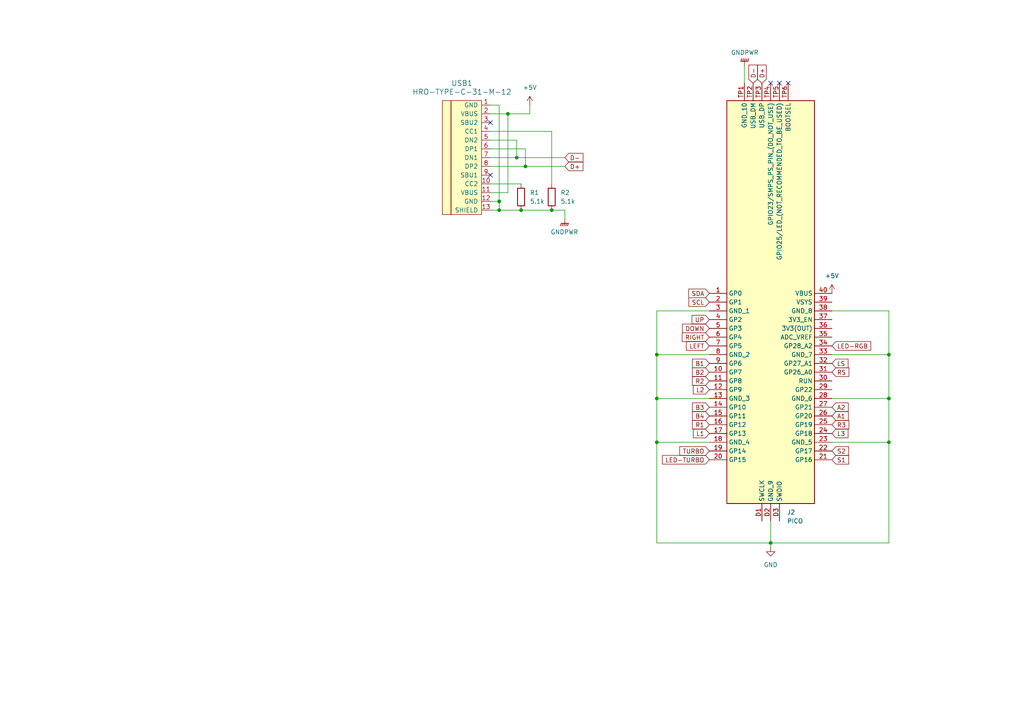
<source format=kicad_sch>
(kicad_sch (version 20230121) (generator eeschema)
  (paper "A4")
  (lib_symbols
    (symbol "Device:R" (pin_numbers hide) (pin_names (offset 0))
      (property "Reference" "R" (at 2.032 0 90))
      (property "Value" "R" (at 0 0 90))
      (symbol "R_0_1"
        (rectangle (start -1.016 -2.54) (end 1.016 2.54) (stroke (width 0.254)))
      )
      (symbol "R_1_1"
        (pin passive line (at 0 3.81 270) (length 1.27) (name "~") (number "1"))
        (pin passive line (at 0 -3.81 90) (length 1.27) (name "~") (number "2"))
      )
    )
    (symbol "SamacSys_Parts:PICO"
      (property "Reference" "J" (at 31.75 60.96 0))
      (property "Value" "PICO" (at 31.75 58.42 0))
      (symbol "PICO_1_1"
        (rectangle (start 5.08 55.88) (end 30.48 -60.96) (stroke (width 0.254)) (fill (type background)))
        (pin passive line (at 0 0 0) (length 5.08) (name "GP0") (number "1"))
        (pin passive line (at 0 -22.86 0) (length 5.08) (name "GP7") (number "10"))
        (pin passive line (at 0 -25.4 0) (length 5.08) (name "GP8") (number "11"))
        (pin passive line (at 0 -27.94 0) (length 5.08) (name "GP9") (number "12"))
        (pin passive line (at 0 -30.48 0) (length 5.08) (name "GND_3") (number "13"))
        (pin passive line (at 0 -33.02 0) (length 5.08) (name "GP10") (number "14"))
        (pin passive line (at 0 -35.56 0) (length 5.08) (name "GP11") (number "15"))
        (pin passive line (at 0 -38.1 0) (length 5.08) (name "GP12") (number "16"))
        (pin passive line (at 0 -40.64 0) (length 5.08) (name "GP13") (number "17"))
        (pin passive line (at 0 -43.18 0) (length 5.08) (name "GND_4") (number "18"))
        (pin passive line (at 0 -45.72 0) (length 5.08) (name "GP14") (number "19"))
        (pin passive line (at 0 -2.54 0) (length 5.08) (name "GP1") (number "2"))
        (pin passive line (at 0 -48.26 0) (length 5.08) (name "GP15") (number "20"))
        (pin passive line (at 35.56 -48.26 180) (length 5.08) (name "GP16") (number "21"))
        (pin passive line (at 35.56 -45.72 180) (length 5.08) (name "GP17") (number "22"))
        (pin passive line (at 35.56 -43.18 180) (length 5.08) (name "GND_5") (number "23"))
        (pin passive line (at 35.56 -40.64 180) (length 5.08) (name "GP18") (number "24"))
        (pin passive line (at 35.56 -38.1 180) (length 5.08) (name "GP19") (number "25"))
        (pin passive line (at 35.56 -35.56 180) (length 5.08) (name "GP20") (number "26"))
        (pin passive line (at 35.56 -33.02 180) (length 5.08) (name "GP21") (number "27"))
        (pin passive line (at 35.56 -30.48 180) (length 5.08) (name "GND_6") (number "28"))
        (pin passive line (at 35.56 -27.94 180) (length 5.08) (name "GP22") (number "29"))
        (pin passive line (at 0 -5.08 0) (length 5.08) (name "GND_1") (number "3"))
        (pin passive line (at 35.56 -25.4 180) (length 5.08) (name "RUN") (number "30"))
        (pin passive line (at 35.56 -22.86 180) (length 5.08) (name "GP26_A0") (number "31"))
        (pin passive line (at 35.56 -20.32 180) (length 5.08) (name "GP27_A1") (number "32"))
        (pin passive line (at 35.56 -17.78 180) (length 5.08) (name "GND_7") (number "33"))
        (pin passive line (at 35.56 -15.24 180) (length 5.08) (name "GP28_A2") (number "34"))
        (pin passive line (at 35.56 -12.7 180) (length 5.08) (name "ADC_VREF") (number "35"))
        (pin passive line (at 35.56 -10.16 180) (length 5.08) (name "3V3(OUT)") (number "36"))
        (pin passive line (at 35.56 -7.62 180) (length 5.08) (name "3V3_EN") (number "37"))
        (pin passive line (at 35.56 -5.08 180) (length 5.08) (name "GND_8") (number "38"))
        (pin passive line (at 35.56 -2.54 180) (length 5.08) (name "VSYS") (number "39"))
        (pin passive line (at 0 -7.62 0) (length 5.08) (name "GP2") (number "4"))
        (pin passive line (at 35.56 0 180) (length 5.08) (name "VBUS") (number "40"))
        (pin passive line (at 0 -10.16 0) (length 5.08) (name "GP3") (number "5"))
        (pin passive line (at 0 -12.7 0) (length 5.08) (name "GP4") (number "6"))
        (pin passive line (at 0 -15.24 0) (length 5.08) (name "GP5") (number "7"))
        (pin passive line (at 0 -17.78 0) (length 5.08) (name "GND_2") (number "8"))
        (pin passive line (at 0 -20.32 0) (length 5.08) (name "GP6") (number "9"))
        (pin passive line (at 15.24 -66.04 90) (length 5.08) (name "SWCLK") (number "D1"))
        (pin passive line (at 17.78 -66.04 90) (length 5.08) (name "GND_9") (number "D2"))
        (pin passive line (at 20.32 -66.04 90) (length 5.08) (name "SWDIO") (number "D3"))
        (pin passive line (at 10.16 60.96 270) (length 5.08) (name "GND_10") (number "TP1"))
        (pin passive line (at 12.7 60.96 270) (length 5.08) (name "USB_DM") (number "TP2"))
        (pin passive line (at 15.24 60.96 270) (length 5.08) (name "USB_DP") (number "TP3"))
        (pin passive line (at 17.78 60.96 270) (length 5.08) (name "GPIO23/SMPS_PS_PIN_(DO_NOT_USE)") (number "TP4"))
        (pin passive line (at 20.32 60.96 270) (length 5.08) (name "GPIO25/LED_(NOT_RECOMMENDED_TO_BE_USED)") (number "TP5"))
        (pin passive line (at 22.86 60.96 270) (length 5.08) (name "BOOTSEL") (number "TP6"))
      )
    )
    (symbol "Type-C:HRO-TYPE-C-31-M-12" (pin_names (offset 1.016))
      (property "Reference" "USB" (at -5.08 16.51 0))
      (property "Value" "HRO-TYPE-C-31-M-12" (at -10.16 -1.27 90))
      (symbol "HRO-TYPE-C-31-M-12_0_1"
        (rectangle (start -11.43 15.24) (end -8.89 -17.78) (fill (type background)))
        (rectangle (start 0 -17.78) (end -8.89 15.24) (fill (type background)))
      )
      (symbol "HRO-TYPE-C-31-M-12_1_1"
        (pin input line (at 2.54 13.97 180) (length 2.54) (name "GND") (number "1"))
        (pin input line (at 2.54 -8.89 180) (length 2.54) (name "CC2") (number "10"))
        (pin input line (at 2.54 -11.43 180) (length 2.54) (name "VBUS") (number "11"))
        (pin input line (at 2.54 -13.97 180) (length 2.54) (name "GND") (number "12"))
        (pin input line (at 2.54 -16.51 180) (length 2.54) (name "SHIELD") (number "13"))
        (pin input line (at 2.54 11.43 180) (length 2.54) (name "VBUS") (number "2"))
        (pin input line (at 2.54 8.89 180) (length 2.54) (name "SBU2") (number "3"))
        (pin input line (at 2.54 6.35 180) (length 2.54) (name "CC1") (number "4"))
        (pin input line (at 2.54 3.81 180) (length 2.54) (name "DN2") (number "5"))
        (pin input line (at 2.54 1.27 180) (length 2.54) (name "DP1") (number "6"))
        (pin input line (at 2.54 -1.27 180) (length 2.54) (name "DN1") (number "7"))
        (pin input line (at 2.54 -3.81 180) (length 2.54) (name "DP2") (number "8"))
        (pin input line (at 2.54 -6.35 180) (length 2.54) (name "SBU1") (number "9"))
      )
    )
    (symbol "power:+5V" (power) (pin_names (offset 0))
      (property "Value" "+5V" (at 0 3.556 0))
      (symbol "+5V_0_1"
        (polyline (pts (xy -0.762 1.27) (xy 0 2.54)))
        (polyline (pts (xy 0 0) (xy 0 2.54)))
        (polyline (pts (xy 0 2.54) (xy 0.762 1.27)))
      )
      (symbol "+5V_1_1"
        (pin power_in line (at 0 0 90) (length 0) hide (name "+5V") (number "1"))
      )
    )
    (symbol "power:GND" (power) (pin_names (offset 0))
      (property "Value" "GND" (at 0 -3.81 0))
      (symbol "GND_0_1"
        (polyline (pts (xy 0 0) (xy 0 -1.27) (xy 1.27 -1.27) (xy 0 -2.54) (xy -1.27 -1.27) (xy 0 -1.27)))
      )
      (symbol "GND_1_1"
        (pin power_in line (at 0 0 270) (length 0) hide (name "GND") (number "1"))
      )
    )
    (symbol "power:GNDPWR" (power) (pin_names (offset 0))
      (property "Value" "GNDPWR" (at 0 -3.302 0))
      (symbol "GNDPWR_0_1"
        (polyline (pts (xy 0 -1.27) (xy 0 0)))
        (polyline (pts (xy -1.016 -1.27) (xy -1.27 -2.032) (xy -1.27 -2.032)) (stroke (width 0.2032)))
        (polyline (pts (xy -0.508 -1.27) (xy -0.762 -2.032) (xy -0.762 -2.032)) (stroke (width 0.2032)))
        (polyline (pts (xy 0 -1.27) (xy -0.254 -2.032) (xy -0.254 -2.032)) (stroke (width 0.2032)))
        (polyline (pts (xy 0.508 -1.27) (xy 0.254 -2.032) (xy 0.254 -2.032)) (stroke (width 0.2032)))
        (polyline (pts (xy 1.016 -1.27) (xy -1.016 -1.27) (xy -1.016 -1.27)) (stroke (width 0.2032)))
        (polyline (pts (xy 1.016 -1.27) (xy 0.762 -2.032) (xy 0.762 -2.032) (xy 0.762 -2.032)) (stroke (width 0.2032)))
      )
      (symbol "GNDPWR_1_1"
        (pin power_in line (at 0 0 270) (length 0) hide (name "GNDPWR") (number "1"))
      )
    )
  )
  (junction (at 147.32 33.02))
  (junction (at 257.81 102.87))
  (junction (at 190.5 102.87))
  (junction (at 144.78 58.42))
  (junction (at 144.78 60.96))
  (junction (at 149.86 45.72))
  (junction (at 151.13 60.96))
  (junction (at 190.5 115.57))
  (junction (at 257.81 115.57))
  (junction (at 223.52 157.48))
  (junction (at 152.4 48.26))
  (junction (at 160.02 60.96))
  (junction (at 190.5 128.27))
  (junction (at 257.81 128.27))
  (no_connect (at 142.24 35.56))
  (no_connect (at 228.6 24.13))
  (no_connect (at 226.06 24.13))
  (no_connect (at 223.52 24.13))
  (no_connect (at 142.24 50.8))
  (wire (pts (xy 144.78 30.48) (xy 144.78 58.42)))
  (wire (pts (xy 190.5 128.27) (xy 190.5 157.48)))
  (wire (pts (xy 151.13 60.96) (xy 160.02 60.96)))
  (wire (pts (xy 142.24 45.72) (xy 149.86 45.72)))
  (wire (pts (xy 215.9 19.05) (xy 215.9 24.13)))
  (wire (pts (xy 190.5 90.17) (xy 190.5 102.87)))
  (wire (pts (xy 142.24 60.96) (xy 144.78 60.96)))
  (wire (pts (xy 257.81 128.27) (xy 257.81 157.48)))
  (wire (pts (xy 142.24 48.26) (xy 152.4 48.26)))
  (wire (pts (xy 144.78 60.96) (xy 144.78 58.42)))
  (wire (pts (xy 152.4 48.26) (xy 152.4 43.18)))
  (wire (pts (xy 142.24 53.34) (xy 151.13 53.34)))
  (wire (pts (xy 144.78 58.42) (xy 142.24 58.42)))
  (wire (pts (xy 160.02 53.34) (xy 160.02 38.1)))
  (wire (pts (xy 153.67 33.02) (xy 153.67 30.48)))
  (wire (pts (xy 142.24 33.02) (xy 147.32 33.02)))
  (wire (pts (xy 223.52 157.48) (xy 223.52 158.75)))
  (wire (pts (xy 190.5 128.27) (xy 205.74 128.27)))
  (wire (pts (xy 190.5 102.87) (xy 190.5 115.57)))
  (wire (pts (xy 257.81 90.17) (xy 257.81 102.87)))
  (wire (pts (xy 205.74 90.17) (xy 190.5 90.17)))
  (wire (pts (xy 149.86 40.64) (xy 142.24 40.64)))
  (wire (pts (xy 241.3 90.17) (xy 257.81 90.17)))
  (wire (pts (xy 147.32 55.88) (xy 147.32 33.02)))
  (wire (pts (xy 163.83 63.5) (xy 163.83 60.96)))
  (wire (pts (xy 241.3 115.57) (xy 257.81 115.57)))
  (wire (pts (xy 190.5 115.57) (xy 190.5 128.27)))
  (wire (pts (xy 149.86 45.72) (xy 149.86 40.64)))
  (wire (pts (xy 190.5 157.48) (xy 223.52 157.48)))
  (wire (pts (xy 223.52 157.48) (xy 257.81 157.48)))
  (wire (pts (xy 149.86 45.72) (xy 163.83 45.72)))
  (wire (pts (xy 190.5 115.57) (xy 205.74 115.57)))
  (wire (pts (xy 147.32 33.02) (xy 153.67 33.02)))
  (wire (pts (xy 257.81 102.87) (xy 257.81 115.57)))
  (wire (pts (xy 190.5 102.87) (xy 205.74 102.87)))
  (wire (pts (xy 257.81 115.57) (xy 257.81 128.27)))
  (wire (pts (xy 241.3 128.27) (xy 257.81 128.27)))
  (wire (pts (xy 160.02 38.1) (xy 142.24 38.1)))
  (wire (pts (xy 163.83 60.96) (xy 160.02 60.96)))
  (wire (pts (xy 152.4 48.26) (xy 163.83 48.26)))
  (wire (pts (xy 223.52 151.13) (xy 223.52 157.48)))
  (wire (pts (xy 152.4 43.18) (xy 142.24 43.18)))
  (wire (pts (xy 151.13 60.96) (xy 144.78 60.96)))
  (wire (pts (xy 241.3 102.87) (xy 257.81 102.87)))
  (wire (pts (xy 142.24 30.48) (xy 144.78 30.48)))
  (wire (pts (xy 142.24 55.88) (xy 147.32 55.88)))
  (global_label "R3" (shape input) (at 241.3 123.19 0) (property "Intersheetrefs" "${INTERSHEET_REFS}" (effects hide)))
  (global_label "D+" (shape input) (at 220.98 24.13 90) (property "Intersheetrefs" "${INTERSHEET_REFS}" (effects hide)))
  (global_label "D+" (shape input) (at 163.83 48.26 0) (property "Intersheetrefs" "${INTERSHEET_REFS}" (effects hide)))
  (global_label "UP" (shape input) (at 205.74 92.71 180) (property "Intersheetrefs" "${INTERSHEET_REFS}" (effects hide)))
  (global_label "B2" (shape input) (at 205.74 107.95 180) (property "Intersheetrefs" "${INTERSHEET_REFS}" (effects hide)))
  (global_label "B1" (shape input) (at 205.74 105.41 180) (property "Intersheetrefs" "${INTERSHEET_REFS}" (effects hide)))
  (global_label "RS" (shape input) (at 241.3 107.95 0) (property "Intersheetrefs" "${INTERSHEET_REFS}" (effects hide)))
  (global_label "B3" (shape input) (at 205.74 118.11 180) (property "Intersheetrefs" "${INTERSHEET_REFS}" (effects hide)))
  (global_label "DOWN" (shape input) (at 205.74 95.25 180) (property "Intersheetrefs" "${INTERSHEET_REFS}" (effects hide)))
  (global_label "A1" (shape input) (at 241.3 120.65 0) (property "Intersheetrefs" "${INTERSHEET_REFS}" (effects hide)))
  (global_label "R2" (shape input) (at 205.74 110.49 180) (property "Intersheetrefs" "${INTERSHEET_REFS}" (effects hide)))
  (global_label "B4" (shape input) (at 205.74 120.65 180) (property "Intersheetrefs" "${INTERSHEET_REFS}" (effects hide)))
  (global_label "SCL" (shape input) (at 205.74 87.63 180) (property "Intersheetrefs" "${INTERSHEET_REFS}" (effects hide)))
  (global_label "LS" (shape input) (at 241.3 105.41 0) (property "Intersheetrefs" "${INTERSHEET_REFS}" (effects hide)))
  (global_label "R1" (shape input) (at 205.74 123.19 180) (property "Intersheetrefs" "${INTERSHEET_REFS}" (effects hide)))
  (global_label "L1" (shape input) (at 205.74 125.73 180) (property "Intersheetrefs" "${INTERSHEET_REFS}" (effects hide)))
  (global_label "D-" (shape input) (at 218.44 24.13 90) (property "Intersheetrefs" "${INTERSHEET_REFS}" (effects hide)))
  (global_label "S2" (shape input) (at 241.3 130.81 0) (property "Intersheetrefs" "${INTERSHEET_REFS}" (effects hide)))
  (global_label "LED-RGB" (shape input) (at 241.3 100.33 0) (property "Intersheetrefs" "${INTERSHEET_REFS}" (effects hide)))
  (global_label "TURBO" (shape input) (at 205.74 130.81 180) (property "Intersheetrefs" "${INTERSHEET_REFS}" (effects hide)))
  (global_label "A2" (shape input) (at 241.3 118.11 0) (property "Intersheetrefs" "${INTERSHEET_REFS}" (effects hide)))
  (global_label "S1" (shape input) (at 241.3 133.35 0) (property "Intersheetrefs" "${INTERSHEET_REFS}" (effects hide)))
  (global_label "LED-TURBO" (shape input) (at 205.74 133.35 180) (property "Intersheetrefs" "${INTERSHEET_REFS}" (effects hide)))
  (global_label "LEFT" (shape input) (at 205.74 100.33 180) (property "Intersheetrefs" "${INTERSHEET_REFS}" (effects hide)))
  (global_label "D-" (shape input) (at 163.83 45.72 0) (property "Intersheetrefs" "${INTERSHEET_REFS}" (effects hide)))
  (global_label "L3" (shape input) (at 241.3 125.73 0) (property "Intersheetrefs" "${INTERSHEET_REFS}" (effects hide)))
  (global_label "SDA" (shape input) (at 205.74 85.09 180) (property "Intersheetrefs" "${INTERSHEET_REFS}" (effects hide)))
  (global_label "L2" (shape input) (at 205.74 113.03 180) (property "Intersheetrefs" "${INTERSHEET_REFS}" (effects hide)))
  (global_label "RIGHT" (shape input) (at 205.74 97.79 180) (property "Intersheetrefs" "${INTERSHEET_REFS}" (effects hide)))
  (symbol (lib_id "power:+5V") (at 153.67 30.48 0) (unit 1)
    (property "Reference" "#PWR02" (effects hide))
    (property "Value" "+5V" (at 153.67 25.4 0))
  )
  (symbol (lib_id "Type-C:HRO-TYPE-C-31-M-12") (at 139.7 44.45 0) (unit 1)
    (property "Reference" "USB1" (at 133.985 24.13 0) (effects (font (size 1.524 1.524))))
    (property "Value" "HRO-TYPE-C-31-M-12" (at 133.985 26.67 0) (effects (font (size 1.524 1.524))))
    (property "Footprint" "Type-C:HRO-TYPE-C-31-M-12-HandSoldering" (effects hide))
  )
  (symbol (lib_id "SamacSys_Parts:PICO") (at 205.74 85.09 0) (unit 1)
    (property "Reference" "J2" (at 228.2541 148.59 0) (effects (justify left)))
    (property "Value" "PICO" (at 228.2541 151.13 0) (effects (justify left)))
    (property "Footprint" "PICO" (effects hide))
    (property "Datasheet" "https://datasheets.raspberrypi.org/pico/pico_datasheet.pdf" (effects hide))
    (property "Height" "1" (effects hide))
    (property "Manufacturer_Name" "RASPBERRY-PI" (effects hide))
    (property "Manufacturer_Part_Number" "PICO" (effects hide))
  )
  (symbol (lib_id "power:GND") (at 223.52 158.75 0) (unit 1)
    (property "Reference" "#PWR04" (effects hide))
    (property "Value" "GND" (at 223.52 163.83 0))
  )
  (symbol (lib_id "power:GNDPWR") (at 163.83 63.5 0) (unit 1)
    (property "Reference" "#PWR01" (effects hide))
    (property "Value" "GNDPWR" (at 163.703 67.31 0))
  )
  (symbol (lib_id "power:GNDPWR") (at 215.9 19.05 180) (unit 1)
    (property "Reference" "#PWR012" (effects hide))
    (property "Value" "GNDPWR" (at 216.027 15.24 0))
  )
  (symbol (lib_id "power:+5V") (at 241.3 85.09 0) (unit 1)
    (property "Reference" "#PWR03" (effects hide))
    (property "Value" "+5V" (at 241.3 80.01 0))
  )
  (symbol (lib_id "Device:R") (at 160.02 57.15 0) (unit 1)
    (property "Reference" "R2" (at 162.56 55.88 0) (effects (justify left)))
    (property "Value" "5.1k" (at 162.56 58.42 0) (effects (justify left)))
    (property "Footprint" "Resistor_SMD:R_0603_1608Metric_Pad0.98x0.95mm_HandSolder" (effects hide))
  )
  (symbol (lib_id "Device:R") (at 151.13 57.15 0) (unit 1)
    (property "Reference" "R1" (at 153.67 55.88 0) (effects (justify left)))
    (property "Value" "5.1k" (at 153.67 58.42 0) (effects (justify left)))
    (property "Footprint" "Resistor_SMD:R_0603_1608Metric_Pad0.98x0.95mm_HandSolder" (effects hide))
  )
)
</source>
